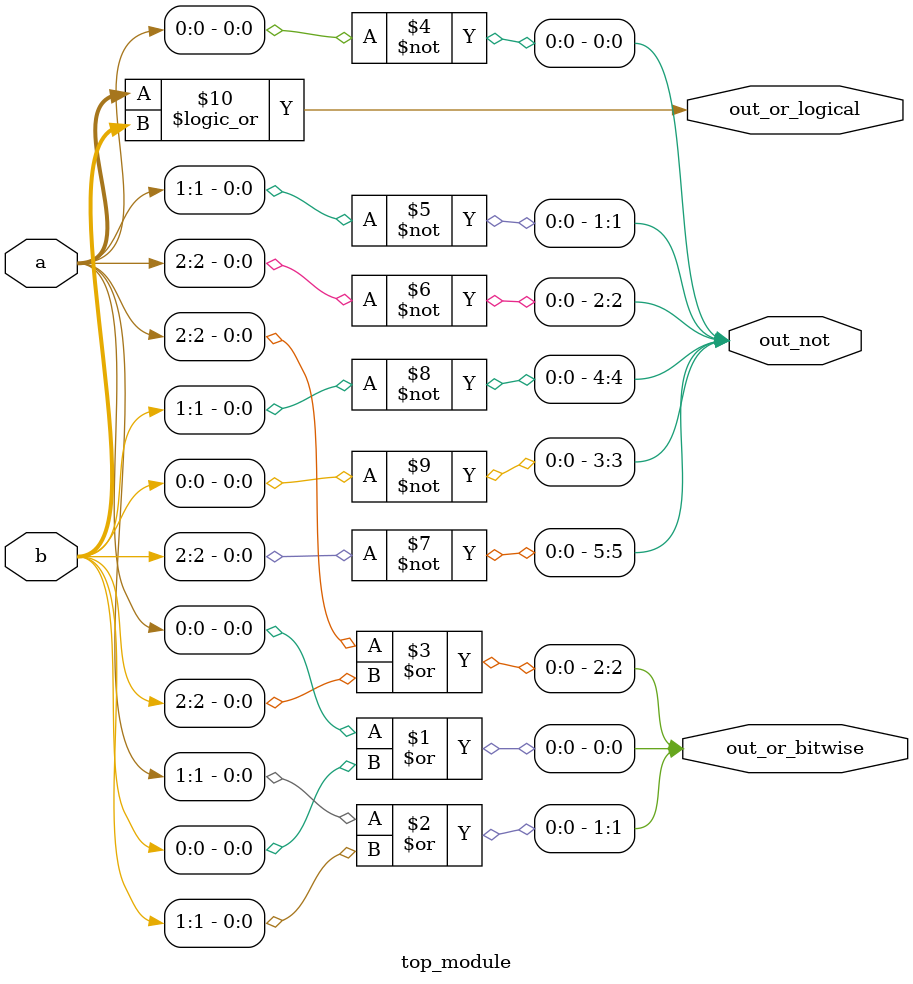
<source format=v>
module top_module( 
    input [2:0] a,
    input [2:0] b,
    output [2:0] out_or_bitwise,
    output out_or_logical,
    output [5:0] out_not
);
    assign out_or_bitwise[0]=a[0]|b[0];
    assign out_or_bitwise[1]=a[1]|b[1];
    assign out_or_bitwise[2]=a[2]|b[2];
    assign  out_not[0]=~a[0];
    assign out_not[1]=~a[1];
    assign out_not[2]=~a[2];
    assign out_not[5]=~b[2];
    assign out_not[4]=~b[1];
    assign  out_not[3]=  ~b[0];
    assign out_or_logical=a[2:0]||b[2:0];

endmodule

</source>
